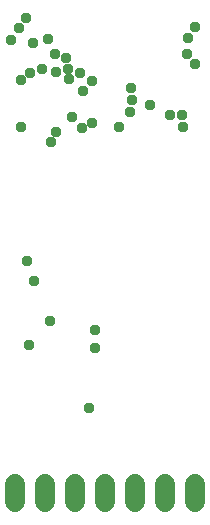
<source format=gbr>
G04 EAGLE Gerber RS-274X export*
G75*
%MOMM*%
%FSLAX34Y34*%
%LPD*%
%INSoldermask Bottom*%
%IPPOS*%
%AMOC8*
5,1,8,0,0,1.08239X$1,22.5*%
G01*
%ADD10C,1.727200*%
%ADD11C,0.959600*%


D10*
X238760Y-198120D02*
X238760Y-213360D01*
X213360Y-213360D02*
X213360Y-198120D01*
X187960Y-198120D02*
X187960Y-213360D01*
X162560Y-213360D02*
X162560Y-198120D01*
X137160Y-198120D02*
X137160Y-213360D01*
X111760Y-213360D02*
X111760Y-198120D01*
X86360Y-198120D02*
X86360Y-213360D01*
D11*
X116764Y91364D03*
X142620Y103867D03*
X96520Y-8890D03*
X102276Y-26076D03*
X120650Y151130D03*
X148590Y-133350D03*
X185420Y127000D03*
X217414Y114300D03*
X184150Y137160D03*
X200660Y123190D03*
X183952Y116840D03*
X227330Y114300D03*
X109220Y153670D03*
X238760Y157480D03*
X238316Y188884D03*
X95250Y196850D03*
X91636Y144431D03*
X83114Y177800D03*
X99060Y149860D03*
X231458Y166370D03*
X232248Y179938D03*
X89182Y187960D03*
X132080Y144780D03*
X173990Y104140D03*
X228600Y104140D03*
X134620Y113030D03*
X151532Y143510D03*
X140845Y149986D03*
X151708Y107372D03*
X120650Y100330D03*
X143664Y134466D03*
X130810Y153868D03*
X91440Y104140D03*
X129540Y162956D03*
X101296Y175564D03*
X120452Y166370D03*
X114300Y178506D03*
X153670Y-82550D03*
X97790Y-80010D03*
X115570Y-59690D03*
X153670Y-67310D03*
M02*

</source>
